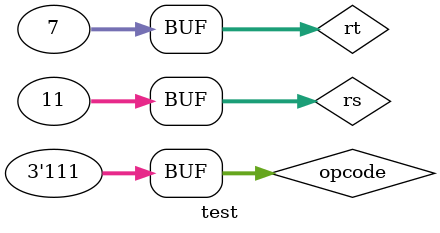
<source format=v>
module alu( input [2:0] opcode, input [31:0] rs, input [31:0] rt,output [31:0] out);
   reg [31:0] temp;

   always@(*)begin
      
   case(opcode)//STARTCASE
     3'b000://and
     begin
	temp = rs & rt;
	
     end
     3'b001://or
     begin
	temp = rs | rt;
	
     end
     3'b010://add
     begin
	temp = rs + rt;
	
     end
	3'b011://lui
     begin
	temp = rt<<16;
	

     end
     3'b110://sub
     begin
	temp = rs-rt;
	
     end
     3'b111://slt
     begin
	if(rs<rt)
	  begin
	     temp = 1;
	  end
        else
	  temp = 0;
	
     end
     
   default: temp = 0;
     
   endcase//ENDCASE
   
   end // always@ (*)
   
   assign out = temp;
   
endmodule

module test();
   
   reg [2:0] opcode = 3'b010;
   reg [31:0] rs = 32'b1011;
   reg [31:0] rt = 32'b111;
   wire       [31:0] out;

   initial begin
      #10 opcode = 6;
      #10 opcode = 0;
      #10 opcode = 1;
      #10 opcode = 7;
      
      
   end

   initial
     $monitor("op:%b rs:%b rt:%b out:%b",opcode,rs,rt,out );

   alu one(opcode,rs,rt,out);
   
      
      
endmodule

</source>
